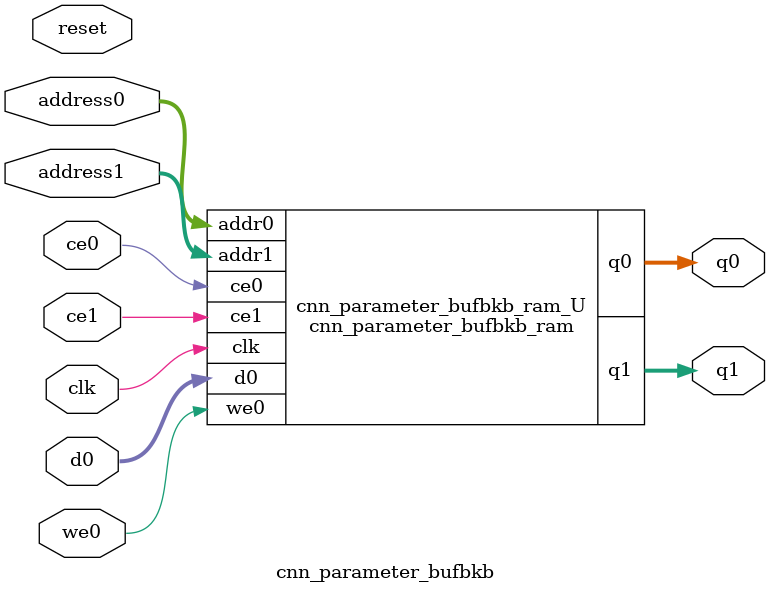
<source format=v>
`timescale 1 ns / 1 ps
module cnn_parameter_bufbkb_ram (addr0, ce0, d0, we0, q0, addr1, ce1, q1,  clk);

parameter DWIDTH = 32;
parameter AWIDTH = 3;
parameter MEM_SIZE = 6;

input[AWIDTH-1:0] addr0;
input ce0;
input[DWIDTH-1:0] d0;
input we0;
output reg[DWIDTH-1:0] q0;
input[AWIDTH-1:0] addr1;
input ce1;
output reg[DWIDTH-1:0] q1;
input clk;

(* ram_style = "distributed" *)reg [DWIDTH-1:0] ram[0:MEM_SIZE-1];




always @(posedge clk)  
begin 
    if (ce0) 
    begin
        if (we0) 
        begin 
            ram[addr0] <= d0; 
        end 
        q0 <= ram[addr0];
    end
end


always @(posedge clk)  
begin 
    if (ce1) 
    begin
        q1 <= ram[addr1];
    end
end


endmodule

`timescale 1 ns / 1 ps
module cnn_parameter_bufbkb(
    reset,
    clk,
    address0,
    ce0,
    we0,
    d0,
    q0,
    address1,
    ce1,
    q1);

parameter DataWidth = 32'd32;
parameter AddressRange = 32'd6;
parameter AddressWidth = 32'd3;
input reset;
input clk;
input[AddressWidth - 1:0] address0;
input ce0;
input we0;
input[DataWidth - 1:0] d0;
output[DataWidth - 1:0] q0;
input[AddressWidth - 1:0] address1;
input ce1;
output[DataWidth - 1:0] q1;



cnn_parameter_bufbkb_ram cnn_parameter_bufbkb_ram_U(
    .clk( clk ),
    .addr0( address0 ),
    .ce0( ce0 ),
    .we0( we0 ),
    .d0( d0 ),
    .q0( q0 ),
    .addr1( address1 ),
    .ce1( ce1 ),
    .q1( q1 ));

endmodule


</source>
